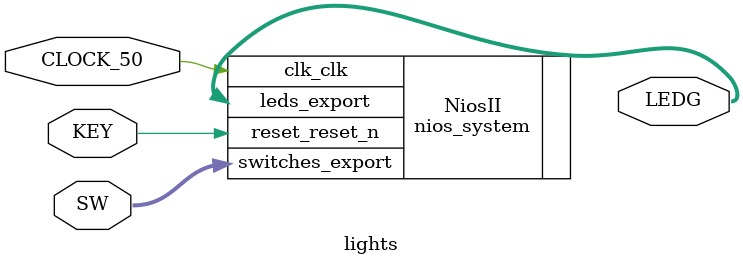
<source format=v>
module lights (CLOCK_50, SW, KEY, LEDG);
input CLOCK_50;
input [7:0] SW;
input [0:0] KEY;
output [7:0] LEDG;
// Instantiate the Nios II system module generated by the Qsys tool:
nios_system NiosII (
.clk_clk(CLOCK_50),
.reset_reset_n(KEY),
.switches_export(SW),
.leds_export(LEDG));
endmodule
</source>
